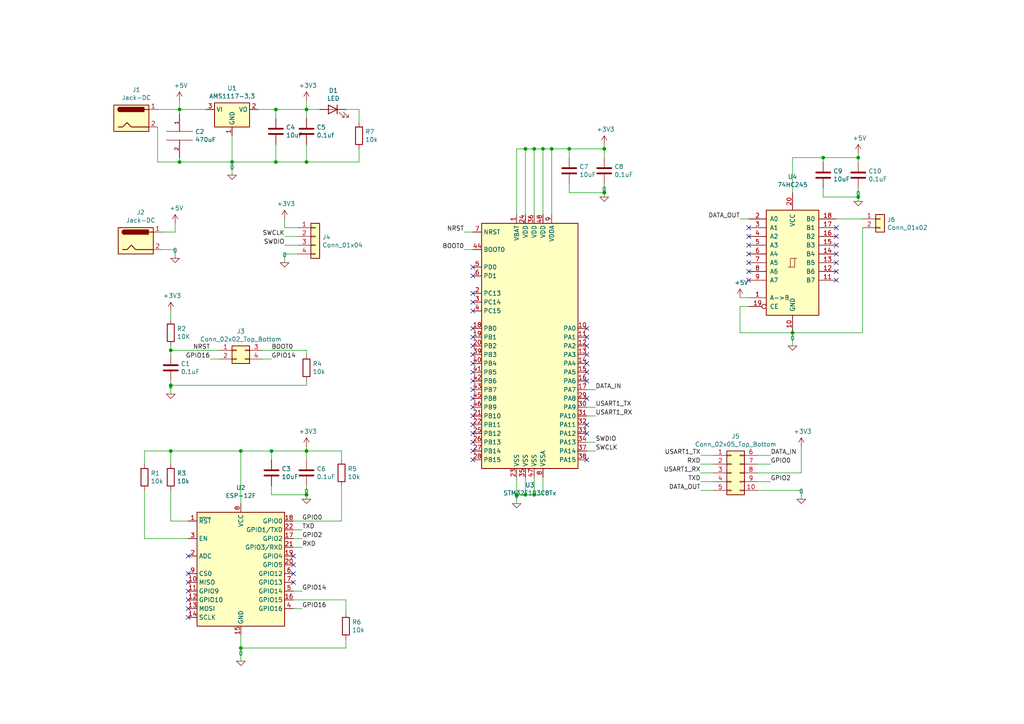
<source format=kicad_sch>
(kicad_sch (version 20230121) (generator eeschema)
  (paper "A4")
  (lib_symbols
    (symbol "74xx:74HC245" (pin_names (offset 1.016))
      (property "Reference" "U" (at -7.62 16.51 0))
      (property "Value" "74HC245" (at -7.62 -16.51 0))
      (symbol "74HC245_1_0"
        (polyline (pts (xy -0.635 -1.27) (xy -0.635 1.27) (xy 0.635 1.27)))
        (polyline (pts (xy -1.27 -1.27) (xy 0.635 -1.27) (xy 0.635 1.27) (xy 1.27 1.27)))
        (pin input line (at -12.7 -10.16 0) (length 5.08) (name "A->B") (number "1"))
        (pin power_in line (at 0 -20.32 90) (length 5.08) (name "GND") (number "10"))
        (pin tri_state line (at 12.7 -5.08 180) (length 5.08) (name "B7") (number "11"))
        (pin tri_state line (at 12.7 -2.54 180) (length 5.08) (name "B6") (number "12"))
        (pin tri_state line (at 12.7 0 180) (length 5.08) (name "B5") (number "13"))
        (pin tri_state line (at 12.7 2.54 180) (length 5.08) (name "B4") (number "14"))
        (pin tri_state line (at 12.7 5.08 180) (length 5.08) (name "B3") (number "15"))
        (pin tri_state line (at 12.7 7.62 180) (length 5.08) (name "B2") (number "16"))
        (pin tri_state line (at 12.7 10.16 180) (length 5.08) (name "B1") (number "17"))
        (pin tri_state line (at 12.7 12.7 180) (length 5.08) (name "B0") (number "18"))
        (pin input inverted (at -12.7 -12.7 0) (length 5.08) (name "CE") (number "19"))
        (pin tri_state line (at -12.7 12.7 0) (length 5.08) (name "A0") (number "2"))
        (pin power_in line (at 0 20.32 270) (length 5.08) (name "VCC") (number "20"))
        (pin tri_state line (at -12.7 10.16 0) (length 5.08) (name "A1") (number "3"))
        (pin tri_state line (at -12.7 7.62 0) (length 5.08) (name "A2") (number "4"))
        (pin tri_state line (at -12.7 5.08 0) (length 5.08) (name "A3") (number "5"))
        (pin tri_state line (at -12.7 2.54 0) (length 5.08) (name "A4") (number "6"))
        (pin tri_state line (at -12.7 0 0) (length 5.08) (name "A5") (number "7"))
        (pin tri_state line (at -12.7 -2.54 0) (length 5.08) (name "A6") (number "8"))
        (pin tri_state line (at -12.7 -5.08 0) (length 5.08) (name "A7") (number "9"))
      )
      (symbol "74HC245_1_1"
        (rectangle (start -7.62 15.24) (end 7.62 -15.24) (stroke (width 0.254)) (fill (type background)))
      )
    )
    (symbol "Connector:Jack-DC" (pin_names (offset 1.016))
      (property "Reference" "J" (at 0 5.334 0))
      (property "Value" "Jack-DC" (at 0 -5.08 0))
      (symbol "Jack-DC_0_1"
        (rectangle (start -5.08 3.81) (end 5.08 -3.81) (stroke (width 0.254)) (fill (type background)))
        (arc (start -3.302 3.175) (mid -3.9343 2.54) (end -3.302 1.905) (stroke (width 0.254)))
        (arc (start -3.302 3.175) (mid -3.9343 2.54) (end -3.302 1.905) (stroke (width 0.254)) (fill (type outline)))
        (polyline (pts (xy 5.08 2.54) (xy 3.81 2.54)) (stroke (width 0.254)))
        (polyline (pts (xy -3.81 -2.54) (xy -2.54 -2.54) (xy -1.27 -1.27) (xy 0 -2.54) (xy 2.54 -2.54) (xy 5.08 -2.54)) (stroke (width 0.254)))
        (rectangle (start 3.683 3.175) (end -3.302 1.905) (stroke (width 0.254)) (fill (type outline)))
      )
      (symbol "Jack-DC_1_1"
        (pin passive line (at 7.62 2.54 180) (length 2.54) (name "~") (number "1"))
        (pin passive line (at 7.62 -2.54 180) (length 2.54) (name "~") (number "2"))
      )
    )
    (symbol "Connector_Generic:Conn_01x02" (pin_names (offset 1.016) hide)
      (property "Reference" "J" (at 0 2.54 0))
      (property "Value" "Conn_01x02" (at 0 -5.08 0))
      (symbol "Conn_01x02_1_1"
        (rectangle (start -1.27 -2.413) (end 0 -2.667) (stroke (width 0.1524)))
        (rectangle (start -1.27 0.127) (end 0 -0.127) (stroke (width 0.1524)))
        (rectangle (start -1.27 1.27) (end 1.27 -3.81) (stroke (width 0.254)) (fill (type background)))
        (pin passive line (at -5.08 0 0) (length 3.81) (name "Pin_1") (number "1"))
        (pin passive line (at -5.08 -2.54 0) (length 3.81) (name "Pin_2") (number "2"))
      )
    )
    (symbol "Connector_Generic:Conn_01x04" (pin_names (offset 1.016) hide)
      (property "Reference" "J" (at 0 5.08 0))
      (property "Value" "Conn_01x04" (at 0 -7.62 0))
      (symbol "Conn_01x04_1_1"
        (rectangle (start -1.27 -4.953) (end 0 -5.207) (stroke (width 0.1524)))
        (rectangle (start -1.27 -2.413) (end 0 -2.667) (stroke (width 0.1524)))
        (rectangle (start -1.27 0.127) (end 0 -0.127) (stroke (width 0.1524)))
        (rectangle (start -1.27 2.667) (end 0 2.413) (stroke (width 0.1524)))
        (rectangle (start -1.27 3.81) (end 1.27 -6.35) (stroke (width 0.254)) (fill (type background)))
        (pin passive line (at -5.08 2.54 0) (length 3.81) (name "Pin_1") (number "1"))
        (pin passive line (at -5.08 0 0) (length 3.81) (name "Pin_2") (number "2"))
        (pin passive line (at -5.08 -2.54 0) (length 3.81) (name "Pin_3") (number "3"))
        (pin passive line (at -5.08 -5.08 0) (length 3.81) (name "Pin_4") (number "4"))
      )
    )
    (symbol "Connector_Generic:Conn_02x02_Top_Bottom" (pin_names (offset 1.016) hide)
      (property "Reference" "J" (at 1.27 2.54 0))
      (property "Value" "Conn_02x02_Top_Bottom" (at 1.27 -5.08 0))
      (symbol "Conn_02x02_Top_Bottom_1_1"
        (rectangle (start -1.27 -2.413) (end 0 -2.667) (stroke (width 0.1524)))
        (rectangle (start -1.27 0.127) (end 0 -0.127) (stroke (width 0.1524)))
        (rectangle (start -1.27 1.27) (end 3.81 -3.81) (stroke (width 0.254)) (fill (type background)))
        (rectangle (start 3.81 -2.413) (end 2.54 -2.667) (stroke (width 0.1524)))
        (rectangle (start 3.81 0.127) (end 2.54 -0.127) (stroke (width 0.1524)))
        (pin passive line (at -5.08 0 0) (length 3.81) (name "Pin_1") (number "1"))
        (pin passive line (at -5.08 -2.54 0) (length 3.81) (name "Pin_2") (number "2"))
        (pin passive line (at 7.62 0 180) (length 3.81) (name "Pin_3") (number "3"))
        (pin passive line (at 7.62 -2.54 180) (length 3.81) (name "Pin_4") (number "4"))
      )
    )
    (symbol "Connector_Generic:Conn_02x05_Top_Bottom" (pin_names (offset 1.016) hide)
      (property "Reference" "J" (at 1.27 7.62 0))
      (property "Value" "Conn_02x05_Top_Bottom" (at 1.27 -7.62 0))
      (symbol "Conn_02x05_Top_Bottom_1_1"
        (rectangle (start -1.27 -4.953) (end 0 -5.207) (stroke (width 0.1524)))
        (rectangle (start -1.27 -2.413) (end 0 -2.667) (stroke (width 0.1524)))
        (rectangle (start -1.27 0.127) (end 0 -0.127) (stroke (width 0.1524)))
        (rectangle (start -1.27 2.667) (end 0 2.413) (stroke (width 0.1524)))
        (rectangle (start -1.27 5.207) (end 0 4.953) (stroke (width 0.1524)))
        (rectangle (start -1.27 6.35) (end 3.81 -6.35) (stroke (width 0.254)) (fill (type background)))
        (rectangle (start 3.81 -4.953) (end 2.54 -5.207) (stroke (width 0.1524)))
        (rectangle (start 3.81 -2.413) (end 2.54 -2.667) (stroke (width 0.1524)))
        (rectangle (start 3.81 0.127) (end 2.54 -0.127) (stroke (width 0.1524)))
        (rectangle (start 3.81 2.667) (end 2.54 2.413) (stroke (width 0.1524)))
        (rectangle (start 3.81 5.207) (end 2.54 4.953) (stroke (width 0.1524)))
        (pin passive line (at -5.08 5.08 0) (length 3.81) (name "Pin_1") (number "1"))
        (pin passive line (at 7.62 -5.08 180) (length 3.81) (name "Pin_10") (number "10"))
        (pin passive line (at -5.08 2.54 0) (length 3.81) (name "Pin_2") (number "2"))
        (pin passive line (at -5.08 0 0) (length 3.81) (name "Pin_3") (number "3"))
        (pin passive line (at -5.08 -2.54 0) (length 3.81) (name "Pin_4") (number "4"))
        (pin passive line (at -5.08 -5.08 0) (length 3.81) (name "Pin_5") (number "5"))
        (pin passive line (at 7.62 5.08 180) (length 3.81) (name "Pin_6") (number "6"))
        (pin passive line (at 7.62 2.54 180) (length 3.81) (name "Pin_7") (number "7"))
        (pin passive line (at 7.62 0 180) (length 3.81) (name "Pin_8") (number "8"))
        (pin passive line (at 7.62 -2.54 180) (length 3.81) (name "Pin_9") (number "9"))
      )
    )
    (symbol "Device:C" (pin_numbers hide) (pin_names (offset 0.254))
      (property "Reference" "C" (at 0.635 2.54 0))
      (property "Value" "C" (at 0.635 -2.54 0))
      (symbol "C_0_1"
        (polyline (pts (xy -2.032 -0.762) (xy 2.032 -0.762)) (stroke (width 0.508)))
        (polyline (pts (xy -2.032 0.762) (xy 2.032 0.762)) (stroke (width 0.508)))
      )
      (symbol "C_1_1"
        (pin passive line (at 0 3.81 270) (length 2.794) (name "~") (number "1"))
        (pin passive line (at 0 -3.81 90) (length 2.794) (name "~") (number "2"))
      )
    )
    (symbol "Device:LED" (pin_numbers hide) (pin_names (offset 1.016) hide)
      (property "Reference" "D" (at 0 2.54 0))
      (property "Value" "LED" (at 0 -2.54 0))
      (symbol "LED_0_1"
        (polyline (pts (xy -1.27 -1.27) (xy -1.27 1.27)) (stroke (width 0.254)))
        (polyline (pts (xy -1.27 0) (xy 1.27 0)))
        (polyline (pts (xy 1.27 -1.27) (xy 1.27 1.27) (xy -1.27 0) (xy 1.27 -1.27)) (stroke (width 0.254)))
        (polyline (pts (xy -3.048 -0.762) (xy -4.572 -2.286) (xy -3.81 -2.286) (xy -4.572 -2.286) (xy -4.572 -1.524)))
        (polyline (pts (xy -1.778 -0.762) (xy -3.302 -2.286) (xy -2.54 -2.286) (xy -3.302 -2.286) (xy -3.302 -1.524)))
      )
      (symbol "LED_1_1"
        (pin passive line (at -3.81 0 0) (length 2.54) (name "K") (number "1"))
        (pin passive line (at 3.81 0 180) (length 2.54) (name "A") (number "2"))
      )
    )
    (symbol "Device:R" (pin_numbers hide) (pin_names (offset 0))
      (property "Reference" "R" (at 2.032 0 90))
      (property "Value" "R" (at 0 0 90))
      (symbol "R_0_1"
        (rectangle (start -1.016 -2.54) (end 1.016 2.54) (stroke (width 0.254)))
      )
      (symbol "R_1_1"
        (pin passive line (at 0 3.81 270) (length 1.27) (name "~") (number "1"))
        (pin passive line (at 0 -3.81 90) (length 1.27) (name "~") (number "2"))
      )
    )
    (symbol "RF_Module:ESP-12F"
      (property "Reference" "U" (at -12.7 19.05 0))
      (property "Value" "ESP-12F" (at 12.7 19.05 0))
      (symbol "ESP-12F_0_1"
        (rectangle (start -12.7 17.78) (end 12.7 -15.24) (stroke (width 0.254)) (fill (type background)))
      )
      (symbol "ESP-12F_1_1"
        (pin input line (at -15.24 15.24 0) (length 2.54) (name "~{RST}") (number "1"))
        (pin bidirectional line (at -15.24 -2.54 0) (length 2.54) (name "MISO") (number "10"))
        (pin bidirectional line (at -15.24 -5.08 0) (length 2.54) (name "GPIO9") (number "11"))
        (pin bidirectional line (at -15.24 -7.62 0) (length 2.54) (name "GPIO10") (number "12"))
        (pin bidirectional line (at -15.24 -10.16 0) (length 2.54) (name "MOSI") (number "13"))
        (pin bidirectional line (at -15.24 -12.7 0) (length 2.54) (name "SCLK") (number "14"))
        (pin power_in line (at 0 -17.78 90) (length 2.54) (name "GND") (number "15"))
        (pin bidirectional line (at 15.24 -7.62 180) (length 2.54) (name "GPIO15") (number "16"))
        (pin bidirectional line (at 15.24 10.16 180) (length 2.54) (name "GPIO2") (number "17"))
        (pin bidirectional line (at 15.24 15.24 180) (length 2.54) (name "GPIO0") (number "18"))
        (pin bidirectional line (at 15.24 5.08 180) (length 2.54) (name "GPIO4") (number "19"))
        (pin input line (at -15.24 5.08 0) (length 2.54) (name "ADC") (number "2"))
        (pin bidirectional line (at 15.24 2.54 180) (length 2.54) (name "GPIO5") (number "20"))
        (pin bidirectional line (at 15.24 7.62 180) (length 2.54) (name "GPIO3/RXD") (number "21"))
        (pin bidirectional line (at 15.24 12.7 180) (length 2.54) (name "GPIO1/TXD") (number "22"))
        (pin input line (at -15.24 10.16 0) (length 2.54) (name "EN") (number "3"))
        (pin bidirectional line (at 15.24 -10.16 180) (length 2.54) (name "GPIO16") (number "4"))
        (pin bidirectional line (at 15.24 -5.08 180) (length 2.54) (name "GPIO14") (number "5"))
        (pin bidirectional line (at 15.24 0 180) (length 2.54) (name "GPIO12") (number "6"))
        (pin bidirectional line (at 15.24 -2.54 180) (length 2.54) (name "GPIO13") (number "7"))
        (pin power_in line (at 0 20.32 270) (length 2.54) (name "VCC") (number "8"))
        (pin input line (at -15.24 0 0) (length 2.54) (name "CS0") (number "9"))
      )
    )
    (symbol "Regulator_Linear:AMS1117-3.3"
      (property "Reference" "U" (at -3.81 3.175 0))
      (property "Value" "AMS1117-3.3" (at 0 3.175 0))
      (symbol "AMS1117-3.3_0_1"
        (rectangle (start -5.08 -5.08) (end 5.08 1.905) (stroke (width 0.254)) (fill (type background)))
      )
      (symbol "AMS1117-3.3_1_1"
        (pin power_in line (at 0 -7.62 90) (length 2.54) (name "GND") (number "1"))
        (pin power_out line (at 7.62 0 180) (length 2.54) (name "VO") (number "2"))
        (pin power_in line (at -7.62 0 0) (length 2.54) (name "VI") (number "3"))
      )
    )
    (symbol "power:+5V" (power) (pin_names (offset 0))
      (property "Value" "+5V" (at 0 3.556 0))
      (symbol "+5V_0_1"
        (polyline (pts (xy -0.762 1.27) (xy 0 2.54)))
        (polyline (pts (xy 0 0) (xy 0 2.54)))
        (polyline (pts (xy 0 2.54) (xy 0.762 1.27)))
      )
      (symbol "+5V_1_1"
        (pin power_in line (at 0 0 90) (length 0) hide (name "+5V") (number "1"))
      )
    )
    (symbol "ws2812b-rescue:+3.3V-power" (power) (pin_names (offset 0))
      (property "Value" "+3.3V-power" (at 0 3.556 0))
      (symbol "+3.3V-power_0_1"
        (polyline (pts (xy -0.762 1.27) (xy 0 2.54)))
        (polyline (pts (xy 0 0) (xy 0 2.54)))
        (polyline (pts (xy 0 2.54) (xy 0.762 1.27)))
      )
      (symbol "+3.3V-power_1_1"
        (pin power_in line (at 0 0 90) (length 0) hide (name "+3V3") (number "1"))
      )
    )
    (symbol "ws2812b-rescue:0-pspice" (power) (pin_names (offset 0))
      (property "Value" "0-pspice" (at 0 -1.778 0))
      (symbol "0-pspice_0_1"
        (polyline (pts (xy -1.27 0) (xy 0 -1.27) (xy 1.27 0) (xy -1.27 0)))
      )
      (symbol "0-pspice_1_1"
        (pin power_in line (at 0 0 0) (length 0) hide (name "0") (number "1"))
      )
    )
    (symbol "ws2812b-rescue:CAP-pspice" (pin_names (offset 0.254))
      (property "Reference" "C" (at 2.54 3.81 90))
      (property "Value" "pspice_CAP" (at 2.54 -3.81 90))
      (symbol "CAP-pspice_0_1"
        (polyline (pts (xy -3.81 -1.27) (xy 3.81 -1.27)))
        (polyline (pts (xy -3.81 1.27) (xy 3.81 1.27)))
      )
      (symbol "CAP-pspice_1_1"
        (pin passive line (at 0 6.35 270) (length 5.08) (name "~") (number "1"))
        (pin passive line (at 0 -6.35 90) (length 5.08) (name "~") (number "2"))
      )
    )
    (symbol "ws2812b-rescue:STM32F103C8Tx-MCU_ST_STM32F1"
      (property "Reference" "U" (at -15.24 36.83 0))
      (property "Value" "MCU_ST_STM32F1_STM32F103C8Tx" (at 7.62 36.83 0))
      (symbol "STM32F103C8Tx-MCU_ST_STM32F1_0_1"
        (rectangle (start -15.24 -35.56) (end 12.7 35.56) (stroke (width 0.254)) (fill (type background)))
      )
      (symbol "STM32F103C8Tx-MCU_ST_STM32F1_1_1"
        (pin power_in line (at -5.08 38.1 270) (length 2.54) (name "VBAT") (number "1"))
        (pin bidirectional line (at 15.24 5.08 180) (length 2.54) (name "PA0") (number "10"))
        (pin bidirectional line (at 15.24 2.54 180) (length 2.54) (name "PA1") (number "11"))
        (pin bidirectional line (at 15.24 0 180) (length 2.54) (name "PA2") (number "12"))
        (pin bidirectional line (at 15.24 -2.54 180) (length 2.54) (name "PA3") (number "13"))
        (pin bidirectional line (at 15.24 -5.08 180) (length 2.54) (name "PA4") (number "14"))
        (pin bidirectional line (at 15.24 -7.62 180) (length 2.54) (name "PA5") (number "15"))
        (pin bidirectional line (at 15.24 -10.16 180) (length 2.54) (name "PA6") (number "16"))
        (pin bidirectional line (at 15.24 -12.7 180) (length 2.54) (name "PA7") (number "17"))
        (pin bidirectional line (at -17.78 5.08 0) (length 2.54) (name "PB0") (number "18"))
        (pin bidirectional line (at -17.78 2.54 0) (length 2.54) (name "PB1") (number "19"))
        (pin bidirectional line (at -17.78 15.24 0) (length 2.54) (name "PC13") (number "2"))
        (pin bidirectional line (at -17.78 0 0) (length 2.54) (name "PB2") (number "20"))
        (pin bidirectional line (at -17.78 -20.32 0) (length 2.54) (name "PB10") (number "21"))
        (pin bidirectional line (at -17.78 -22.86 0) (length 2.54) (name "PB11") (number "22"))
        (pin power_in line (at -5.08 -38.1 90) (length 2.54) (name "VSS") (number "23"))
        (pin power_in line (at -2.54 38.1 270) (length 2.54) (name "VDD") (number "24"))
        (pin bidirectional line (at -17.78 -25.4 0) (length 2.54) (name "PB12") (number "25"))
        (pin bidirectional line (at -17.78 -27.94 0) (length 2.54) (name "PB13") (number "26"))
        (pin bidirectional line (at -17.78 -30.48 0) (length 2.54) (name "PB14") (number "27"))
        (pin bidirectional line (at -17.78 -33.02 0) (length 2.54) (name "PB15") (number "28"))
        (pin bidirectional line (at 15.24 -15.24 180) (length 2.54) (name "PA8") (number "29"))
        (pin bidirectional line (at -17.78 12.7 0) (length 2.54) (name "PC14") (number "3"))
        (pin bidirectional line (at 15.24 -17.78 180) (length 2.54) (name "PA9") (number "30"))
        (pin bidirectional line (at 15.24 -20.32 180) (length 2.54) (name "PA10") (number "31"))
        (pin bidirectional line (at 15.24 -22.86 180) (length 2.54) (name "PA11") (number "32"))
        (pin bidirectional line (at 15.24 -25.4 180) (length 2.54) (name "PA12") (number "33"))
        (pin bidirectional line (at 15.24 -27.94 180) (length 2.54) (name "PA13") (number "34"))
        (pin power_in line (at -2.54 -38.1 90) (length 2.54) (name "VSS") (number "35"))
        (pin power_in line (at 0 38.1 270) (length 2.54) (name "VDD") (number "36"))
        (pin bidirectional line (at 15.24 -30.48 180) (length 2.54) (name "PA14") (number "37"))
        (pin bidirectional line (at 15.24 -33.02 180) (length 2.54) (name "PA15") (number "38"))
        (pin bidirectional line (at -17.78 -2.54 0) (length 2.54) (name "PB3") (number "39"))
        (pin bidirectional line (at -17.78 10.16 0) (length 2.54) (name "PC15") (number "4"))
        (pin bidirectional line (at -17.78 -5.08 0) (length 2.54) (name "PB4") (number "40"))
        (pin bidirectional line (at -17.78 -7.62 0) (length 2.54) (name "PB5") (number "41"))
        (pin bidirectional line (at -17.78 -10.16 0) (length 2.54) (name "PB6") (number "42"))
        (pin bidirectional line (at -17.78 -12.7 0) (length 2.54) (name "PB7") (number "43"))
        (pin input line (at -17.78 27.94 0) (length 2.54) (name "BOOT0") (number "44"))
        (pin bidirectional line (at -17.78 -15.24 0) (length 2.54) (name "PB8") (number "45"))
        (pin bidirectional line (at -17.78 -17.78 0) (length 2.54) (name "PB9") (number "46"))
        (pin power_in line (at 0 -38.1 90) (length 2.54) (name "VSS") (number "47"))
        (pin power_in line (at 2.54 38.1 270) (length 2.54) (name "VDD") (number "48"))
        (pin input line (at -17.78 22.86 0) (length 2.54) (name "PD0") (number "5"))
        (pin input line (at -17.78 20.32 0) (length 2.54) (name "PD1") (number "6"))
        (pin input line (at -17.78 33.02 0) (length 2.54) (name "NRST") (number "7"))
        (pin power_in line (at 2.54 -38.1 90) (length 2.54) (name "VSSA") (number "8"))
        (pin power_in line (at 5.08 38.1 270) (length 2.54) (name "VDDA") (number "9"))
      )
    )
  )
  (junction (at 78.74 130.81))
  (junction (at 152.4 43.18))
  (junction (at 69.85 130.81))
  (junction (at 80.01 31.75))
  (junction (at 49.53 111.76))
  (junction (at 154.94 43.18))
  (junction (at 152.4 143.51))
  (junction (at 52.07 46.99))
  (junction (at 248.92 57.15))
  (junction (at 52.07 31.75))
  (junction (at 88.9 130.81))
  (junction (at 154.94 143.51))
  (junction (at 49.53 130.81))
  (junction (at 49.53 101.6))
  (junction (at 165.1 43.18))
  (junction (at 248.92 45.72))
  (junction (at 175.26 43.18))
  (junction (at 160.02 43.18))
  (junction (at 80.01 46.99))
  (junction (at 157.48 43.18))
  (junction (at 67.31 46.99))
  (junction (at 69.85 187.96))
  (junction (at 229.87 96.52))
  (junction (at 149.86 143.51))
  (junction (at 175.26 55.88))
  (junction (at 88.9 31.75))
  (junction (at 238.76 45.72))
  (junction (at 88.9 143.51))
  (junction (at 88.9 46.99))
  (no_connect (at 137.16 130.81))
  (no_connect (at 242.57 73.66))
  (no_connect (at 170.18 107.95))
  (no_connect (at 242.57 68.58))
  (no_connect (at 170.18 102.87))
  (no_connect (at 54.61 176.53))
  (no_connect (at 85.09 166.37))
  (no_connect (at 217.17 81.28))
  (no_connect (at 137.16 102.87))
  (no_connect (at 137.16 107.95))
  (no_connect (at 242.57 78.74))
  (no_connect (at 137.16 87.63))
  (no_connect (at 54.61 173.99))
  (no_connect (at 217.17 68.58))
  (no_connect (at 85.09 161.29))
  (no_connect (at 137.16 80.01))
  (no_connect (at 137.16 97.79))
  (no_connect (at 85.09 168.91))
  (no_connect (at 137.16 100.33))
  (no_connect (at 217.17 73.66))
  (no_connect (at 137.16 110.49))
  (no_connect (at 137.16 123.19))
  (no_connect (at 170.18 115.57))
  (no_connect (at 54.61 161.29))
  (no_connect (at 137.16 113.03))
  (no_connect (at 170.18 123.19))
  (no_connect (at 137.16 120.65))
  (no_connect (at 170.18 97.79))
  (no_connect (at 85.09 163.83))
  (no_connect (at 137.16 77.47))
  (no_connect (at 217.17 66.04))
  (no_connect (at 137.16 128.27))
  (no_connect (at 137.16 90.17))
  (no_connect (at 137.16 95.25))
  (no_connect (at 54.61 171.45))
  (no_connect (at 137.16 133.35))
  (no_connect (at 54.61 166.37))
  (no_connect (at 242.57 66.04))
  (no_connect (at 170.18 95.25))
  (no_connect (at 170.18 110.49))
  (no_connect (at 137.16 115.57))
  (no_connect (at 170.18 133.35))
  (no_connect (at 170.18 125.73))
  (no_connect (at 242.57 81.28))
  (no_connect (at 137.16 125.73))
  (no_connect (at 54.61 179.07))
  (no_connect (at 137.16 85.09))
  (no_connect (at 242.57 76.2))
  (no_connect (at 217.17 71.12))
  (no_connect (at 217.17 78.74))
  (no_connect (at 137.16 105.41))
  (no_connect (at 170.18 105.41))
  (no_connect (at 242.57 71.12))
  (no_connect (at 217.17 76.2))
  (no_connect (at 54.61 168.91))
  (no_connect (at 137.16 118.11))
  (no_connect (at 170.18 100.33))
  (wire (pts (xy 175.26 53.34) (xy 175.26 55.88)))
  (wire (pts (xy 152.4 62.23) (xy 152.4 43.18)))
  (wire (pts (xy 49.53 130.81) (xy 69.85 130.81)))
  (wire (pts (xy 157.48 143.51) (xy 154.94 143.51)))
  (wire (pts (xy 165.1 53.34) (xy 165.1 55.88)))
  (wire (pts (xy 214.63 63.5) (xy 217.17 63.5)))
  (wire (pts (xy 78.74 133.35) (xy 78.74 130.81)))
  (wire (pts (xy 67.31 50.8) (xy 67.31 46.99)))
  (wire (pts (xy 88.9 133.35) (xy 88.9 130.81)))
  (wire (pts (xy 214.63 96.52) (xy 229.87 96.52)))
  (wire (pts (xy 203.2 137.16) (xy 207.01 137.16)))
  (wire (pts (xy 69.85 184.15) (xy 69.85 187.96)))
  (wire (pts (xy 82.55 76.2) (xy 82.55 73.66)))
  (wire (pts (xy 248.92 45.72) (xy 248.92 44.45)))
  (wire (pts (xy 152.4 143.51) (xy 154.94 143.51)))
  (wire (pts (xy 69.85 130.81) (xy 78.74 130.81)))
  (wire (pts (xy 49.53 111.76) (xy 49.53 114.3)))
  (wire (pts (xy 69.85 187.96) (xy 100.33 187.96)))
  (wire (pts (xy 67.31 39.37) (xy 67.31 46.99)))
  (wire (pts (xy 170.18 118.11) (xy 172.72 118.11)))
  (wire (pts (xy 88.9 31.75) (xy 92.71 31.75)))
  (wire (pts (xy 238.76 45.72) (xy 229.87 45.72)))
  (wire (pts (xy 85.09 158.75) (xy 87.63 158.75)))
  (wire (pts (xy 88.9 140.97) (xy 88.9 143.51)))
  (wire (pts (xy 229.87 45.72) (xy 229.87 55.88)))
  (wire (pts (xy 85.09 153.67) (xy 87.63 153.67)))
  (wire (pts (xy 104.14 31.75) (xy 104.14 35.56)))
  (wire (pts (xy 88.9 31.75) (xy 88.9 34.29)))
  (wire (pts (xy 160.02 43.18) (xy 165.1 43.18)))
  (wire (pts (xy 49.53 151.13) (xy 49.53 142.24)))
  (wire (pts (xy 88.9 46.99) (xy 80.01 46.99)))
  (wire (pts (xy 238.76 54.61) (xy 238.76 57.15)))
  (wire (pts (xy 238.76 46.99) (xy 238.76 45.72)))
  (wire (pts (xy 203.2 132.08) (xy 207.01 132.08)))
  (wire (pts (xy 59.69 31.75) (xy 52.07 31.75)))
  (wire (pts (xy 214.63 86.36) (xy 217.17 86.36)))
  (wire (pts (xy 203.2 139.7) (xy 207.01 139.7)))
  (wire (pts (xy 49.53 100.33) (xy 49.53 101.6)))
  (wire (pts (xy 49.53 101.6) (xy 49.53 102.87)))
  (wire (pts (xy 157.48 62.23) (xy 157.48 43.18)))
  (wire (pts (xy 170.18 113.03) (xy 172.72 113.03)))
  (wire (pts (xy 88.9 111.76) (xy 88.9 110.49)))
  (wire (pts (xy 50.8 67.31) (xy 50.8 64.77)))
  (wire (pts (xy 52.07 46.99) (xy 67.31 46.99)))
  (wire (pts (xy 76.2 104.14) (xy 78.74 104.14)))
  (wire (pts (xy 85.09 173.99) (xy 100.33 173.99)))
  (wire (pts (xy 149.86 143.51) (xy 152.4 143.51)))
  (wire (pts (xy 154.94 62.23) (xy 154.94 43.18)))
  (wire (pts (xy 88.9 130.81) (xy 88.9 129.54)))
  (wire (pts (xy 82.55 63.5) (xy 82.55 66.04)))
  (wire (pts (xy 45.72 36.83) (xy 45.72 46.99)))
  (wire (pts (xy 49.53 101.6) (xy 63.5 101.6)))
  (wire (pts (xy 49.53 111.76) (xy 88.9 111.76)))
  (wire (pts (xy 49.53 134.62) (xy 49.53 130.81)))
  (wire (pts (xy 52.07 45.72) (xy 52.07 46.99)))
  (wire (pts (xy 248.92 46.99) (xy 248.92 45.72)))
  (wire (pts (xy 82.55 68.58) (xy 86.36 68.58)))
  (wire (pts (xy 238.76 57.15) (xy 248.92 57.15)))
  (wire (pts (xy 149.86 138.43) (xy 149.86 143.51)))
  (wire (pts (xy 41.91 156.21) (xy 41.91 142.24)))
  (wire (pts (xy 82.55 71.12) (xy 86.36 71.12)))
  (wire (pts (xy 88.9 102.87) (xy 88.9 101.6)))
  (wire (pts (xy 219.71 139.7) (xy 223.52 139.7)))
  (wire (pts (xy 170.18 130.81) (xy 172.72 130.81)))
  (wire (pts (xy 88.9 101.6) (xy 76.2 101.6)))
  (wire (pts (xy 52.07 31.75) (xy 45.72 31.75)))
  (wire (pts (xy 88.9 41.91) (xy 88.9 46.99)))
  (wire (pts (xy 170.18 120.65) (xy 172.72 120.65)))
  (wire (pts (xy 219.71 134.62) (xy 223.52 134.62)))
  (wire (pts (xy 104.14 43.18) (xy 104.14 46.99)))
  (wire (pts (xy 160.02 62.23) (xy 160.02 43.18)))
  (wire (pts (xy 52.07 31.75) (xy 52.07 33.02)))
  (wire (pts (xy 69.85 187.96) (xy 69.85 191.77)))
  (wire (pts (xy 232.41 142.24) (xy 232.41 144.78)))
  (wire (pts (xy 88.9 31.75) (xy 88.9 29.21)))
  (wire (pts (xy 100.33 31.75) (xy 104.14 31.75)))
  (wire (pts (xy 99.06 140.97) (xy 99.06 151.13)))
  (wire (pts (xy 134.62 67.31) (xy 137.16 67.31)))
  (wire (pts (xy 175.26 45.72) (xy 175.26 43.18)))
  (wire (pts (xy 170.18 128.27) (xy 172.72 128.27)))
  (wire (pts (xy 80.01 46.99) (xy 67.31 46.99)))
  (wire (pts (xy 248.92 45.72) (xy 238.76 45.72)))
  (wire (pts (xy 99.06 130.81) (xy 99.06 133.35)))
  (wire (pts (xy 203.2 142.24) (xy 207.01 142.24)))
  (wire (pts (xy 88.9 130.81) (xy 99.06 130.81)))
  (wire (pts (xy 149.86 143.51) (xy 149.86 146.05)))
  (wire (pts (xy 217.17 88.9) (xy 214.63 88.9)))
  (wire (pts (xy 134.62 72.39) (xy 137.16 72.39)))
  (wire (pts (xy 214.63 88.9) (xy 214.63 96.52)))
  (wire (pts (xy 50.8 72.39) (xy 50.8 74.93)))
  (wire (pts (xy 60.96 104.14) (xy 63.5 104.14)))
  (wire (pts (xy 49.53 110.49) (xy 49.53 111.76)))
  (wire (pts (xy 78.74 130.81) (xy 88.9 130.81)))
  (wire (pts (xy 52.07 29.21) (xy 52.07 31.75)))
  (wire (pts (xy 100.33 185.42) (xy 100.33 187.96)))
  (wire (pts (xy 232.41 129.54) (xy 232.41 137.16)))
  (wire (pts (xy 157.48 138.43) (xy 157.48 143.51)))
  (wire (pts (xy 54.61 151.13) (xy 49.53 151.13)))
  (wire (pts (xy 248.92 54.61) (xy 248.92 57.15)))
  (wire (pts (xy 49.53 90.17) (xy 49.53 92.71)))
  (wire (pts (xy 45.72 46.99) (xy 52.07 46.99)))
  (wire (pts (xy 165.1 43.18) (xy 175.26 43.18)))
  (wire (pts (xy 74.93 31.75) (xy 80.01 31.75)))
  (wire (pts (xy 175.26 43.18) (xy 175.26 41.91)))
  (wire (pts (xy 154.94 138.43) (xy 154.94 143.51)))
  (wire (pts (xy 229.87 96.52) (xy 229.87 100.33)))
  (wire (pts (xy 248.92 57.15) (xy 248.92 58.42)))
  (wire (pts (xy 157.48 43.18) (xy 160.02 43.18)))
  (wire (pts (xy 219.71 142.24) (xy 232.41 142.24)))
  (wire (pts (xy 250.19 66.04) (xy 250.19 96.52)))
  (wire (pts (xy 165.1 55.88) (xy 175.26 55.88)))
  (wire (pts (xy 82.55 73.66) (xy 86.36 73.66)))
  (wire (pts (xy 69.85 146.05) (xy 69.85 130.81)))
  (wire (pts (xy 165.1 45.72) (xy 165.1 43.18)))
  (wire (pts (xy 104.14 46.99) (xy 88.9 46.99)))
  (wire (pts (xy 219.71 132.08) (xy 223.52 132.08)))
  (wire (pts (xy 46.99 72.39) (xy 50.8 72.39)))
  (wire (pts (xy 54.61 156.21) (xy 41.91 156.21)))
  (wire (pts (xy 152.4 43.18) (xy 149.86 43.18)))
  (wire (pts (xy 154.94 43.18) (xy 157.48 43.18)))
  (wire (pts (xy 85.09 171.45) (xy 87.63 171.45)))
  (wire (pts (xy 85.09 176.53) (xy 87.63 176.53)))
  (wire (pts (xy 175.26 55.88) (xy 175.26 57.15)))
  (wire (pts (xy 152.4 43.18) (xy 154.94 43.18)))
  (wire (pts (xy 219.71 137.16) (xy 232.41 137.16)))
  (wire (pts (xy 99.06 151.13) (xy 85.09 151.13)))
  (wire (pts (xy 46.99 67.31) (xy 50.8 67.31)))
  (wire (pts (xy 78.74 140.97) (xy 78.74 143.51)))
  (wire (pts (xy 100.33 173.99) (xy 100.33 177.8)))
  (wire (pts (xy 85.09 156.21) (xy 87.63 156.21)))
  (wire (pts (xy 88.9 143.51) (xy 88.9 144.78)))
  (wire (pts (xy 80.01 41.91) (xy 80.01 46.99)))
  (wire (pts (xy 78.74 143.51) (xy 88.9 143.51)))
  (wire (pts (xy 80.01 31.75) (xy 88.9 31.75)))
  (wire (pts (xy 203.2 134.62) (xy 207.01 134.62)))
  (wire (pts (xy 250.19 96.52) (xy 229.87 96.52)))
  (wire (pts (xy 80.01 34.29) (xy 80.01 31.75)))
  (wire (pts (xy 242.57 63.5) (xy 250.19 63.5)))
  (wire (pts (xy 41.91 130.81) (xy 49.53 130.81)))
  (wire (pts (xy 152.4 138.43) (xy 152.4 143.51)))
  (wire (pts (xy 41.91 134.62) (xy 41.91 130.81)))
  (wire (pts (xy 82.55 66.04) (xy 86.36 66.04)))
  (wire (pts (xy 149.86 43.18) (xy 149.86 62.23)))
  (label "DATA_OUT" (at 203.2 142.24 180))
  (label "USART1_TX" (at 172.72 118.11 0))
  (label "GPIO16" (at 87.63 176.53 0))
  (label "USART1_TX" (at 203.2 132.08 180))
  (label "RXD" (at 203.2 134.62 180))
  (label "SWCLK" (at 172.72 130.81 0))
  (label "GPIO0" (at 87.63 151.13 0))
  (label "GPIO14" (at 87.63 171.45 0))
  (label "GPIO16" (at 60.96 104.14 180))
  (label "DATA_IN" (at 172.72 113.03 0))
  (label "GPIO14" (at 78.74 104.14 0))
  (label "USART1_RX" (at 203.2 137.16 180))
  (label "SWCLK" (at 82.55 68.58 180))
  (label "TXD" (at 203.2 139.7 180))
  (label "DATA_IN" (at 223.52 132.08 0))
  (label "BOOT0" (at 134.62 72.39 180))
  (label "SWDIO" (at 82.55 71.12 180))
  (label "SWDIO" (at 172.72 128.27 0))
  (label "NRST" (at 134.62 67.31 180))
  (label "DATA_OUT" (at 214.63 63.5 180))
  (label "GPIO0" (at 223.52 134.62 0))
  (label "TXD" (at 87.63 153.67 0))
  (label "RXD" (at 87.63 158.75 0))
  (label "NRST" (at 60.96 101.6 180))
  (label "USART1_RX" (at 172.72 120.65 0))
  (label "GPIO2" (at 87.63 156.21 0))
  (label "GPIO2" (at 223.52 139.7 0))
  (label "BOOT0" (at 78.74 101.6 0))
  (symbol (lib_id "ws2812b-rescue:STM32F103C8Tx-MCU_ST_STM32F1") (at 154.94 100.33 0) (unit 1)
    (property "Reference" "U3" (at 153.67 140.6906 0))
    (property "Value" "STM32F103C8Tx" (at 153.67 143.002 0))
    (property "Footprint" "Package_QFP:LQFP-48_7x7mm_P0.5mm" (effects hide))
    (property "Datasheet" "http://www.st.com/st-web-ui/static/active/en/resource/technical/document/datasheet/CD00161566.pdf" (effects hide))
  )
  (symbol (lib_id "Regulator_Linear:AMS1117-3.3") (at 67.31 31.75 0) (unit 1)
    (property "Reference" "U1" (at 67.31 25.6032 0))
    (property "Value" "AMS1117-3.3" (at 67.31 27.9146 0))
    (property "Footprint" "Package_TO_SOT_SMD:SOT-223" (effects hide))
    (property "Datasheet" "http://www.advanced-monolithic.com/pdf/ds1117.pdf" (effects hide))
  )
  (symbol (lib_id "Connector:Jack-DC") (at 38.1 34.29 0) (unit 1)
    (property "Reference" "J1" (at 39.5478 26.035 0))
    (property "Value" "Jack-DC" (at 39.5478 28.3464 0))
    (property "Footprint" "Connector_BarrelJack:BarrelJack_Horizontal" (effects hide))
  )
  (symbol (lib_id "74xx:74HC245") (at 229.87 76.2 0) (unit 1)
    (property "Reference" "U4" (at 229.87 51.2826 0))
    (property "Value" "74HC245" (at 229.87 53.594 0))
    (property "Footprint" "Package_SO:SSOP-20_5.3x7.2mm_P0.65mm" (effects hide))
    (property "Datasheet" "http://www.ti.com/lit/gpn/sn74HC245" (effects hide))
  )
  (symbol (lib_id "Connector_Generic:Conn_01x02") (at 255.27 63.5 0) (unit 1)
    (property "Reference" "J6" (at 257.302 63.7032 0) (effects (justify left)))
    (property "Value" "Conn_01x02" (at 257.302 66.0146 0) (effects (justify left)))
    (property "Footprint" "Connector_PinHeader_2.54mm:PinHeader_1x02_P2.54mm_Vertical" (effects hide))
  )
  (symbol (lib_id "Device:R") (at 49.53 96.52 0) (unit 1)
    (property "Reference" "R2" (at 51.308 95.3516 0) (effects (justify left)))
    (property "Value" "10K" (at 51.308 97.663 0) (effects (justify left)))
    (property "Footprint" "Resistor_SMD:R_0805_2012Metric_Pad1.15x1.40mm_HandSolder" (effects hide))
  )
  (symbol (lib_id "ws2812b-rescue:+3.3V-power") (at 49.53 90.17 0) (unit 1)
    (property "Reference" "#PWR01" (effects hide))
    (property "Value" "+3.3V" (at 49.911 85.7758 0))
  )
  (symbol (lib_id "ws2812b-rescue:0-pspice") (at 149.86 146.05 0) (unit 1)
    (property "Reference" "#GND07" (effects hide))
    (property "Value" "0" (at 149.86 143.7894 0))
  )
  (symbol (lib_id "Device:C") (at 49.53 106.68 0) (unit 1)
    (property "Reference" "C1" (at 52.451 105.5116 0) (effects (justify left)))
    (property "Value" "0.1uF" (at 52.451 107.823 0) (effects (justify left)))
    (property "Footprint" "Capacitor_SMD:C_0805_2012Metric_Pad1.15x1.40mm_HandSolder" (effects hide))
  )
  (symbol (lib_id "ws2812b-rescue:+3.3V-power") (at 88.9 29.21 0) (unit 1)
    (property "Reference" "#PWR05" (effects hide))
    (property "Value" "+3.3V" (at 89.281 24.8158 0))
  )
  (symbol (lib_id "ws2812b-rescue:0-pspice") (at 67.31 50.8 0) (unit 1)
    (property "Reference" "#GND03" (effects hide))
    (property "Value" "0" (at 67.31 48.5394 0))
  )
  (symbol (lib_id "Device:C") (at 80.01 38.1 0) (unit 1)
    (property "Reference" "C4" (at 82.931 36.9316 0) (effects (justify left)))
    (property "Value" "10uF" (at 82.931 39.243 0) (effects (justify left)))
    (property "Footprint" "Capacitor_SMD:C_0805_2012Metric_Pad1.15x1.40mm_HandSolder" (effects hide))
  )
  (symbol (lib_id "Device:C") (at 88.9 38.1 0) (unit 1)
    (property "Reference" "C5" (at 91.821 36.9316 0) (effects (justify left)))
    (property "Value" "0.1uf" (at 91.821 39.243 0) (effects (justify left)))
    (property "Footprint" "Capacitor_SMD:C_0805_2012Metric_Pad1.15x1.40mm_HandSolder" (effects hide))
  )
  (symbol (lib_id "power:+5V") (at 52.07 29.21 0) (unit 1)
    (property "Reference" "#PWR03" (effects hide))
    (property "Value" "+5V" (at 52.451 24.8158 0))
  )
  (symbol (lib_id "ws2812b-rescue:CAP-pspice") (at 52.07 39.37 0) (unit 1)
    (property "Reference" "C2" (at 56.5912 38.2016 0) (effects (justify left)))
    (property "Value" "470uF" (at 56.5912 40.513 0) (effects (justify left)))
    (property "Footprint" "Capacitor_THT:CP_Radial_D10.0mm_P5.00mm" (effects hide))
  )
  (symbol (lib_id "ws2812b-rescue:+3.3V-power") (at 175.26 41.91 0) (unit 1)
    (property "Reference" "#PWR07" (effects hide))
    (property "Value" "+3.3V" (at 175.641 37.5158 0))
  )
  (symbol (lib_id "RF_Module:ESP-12F") (at 69.85 166.37 0) (unit 1)
    (property "Reference" "U2" (at 69.85 141.4526 0))
    (property "Value" "ESP-12F" (at 69.85 143.764 0))
    (property "Footprint" "RF_Module:ESP-12E" (effects hide))
    (property "Datasheet" "http://wiki.ai-thinker.com/_media/esp8266/esp8266_series_modules_user_manual_v1.1.pdf" (effects hide))
  )
  (symbol (lib_id "ws2812b-rescue:+3.3V-power") (at 88.9 129.54 0) (unit 1)
    (property "Reference" "#PWR06" (effects hide))
    (property "Value" "+3.3V" (at 89.281 125.1458 0))
  )
  (symbol (lib_id "ws2812b-rescue:0-pspice") (at 88.9 144.78 0) (unit 1)
    (property "Reference" "#GND06" (effects hide))
    (property "Value" "0" (at 88.9 142.5194 0))
  )
  (symbol (lib_id "Device:C") (at 78.74 137.16 0) (unit 1)
    (property "Reference" "C3" (at 81.661 135.9916 0) (effects (justify left)))
    (property "Value" "10uF" (at 81.661 138.303 0) (effects (justify left)))
    (property "Footprint" "Capacitor_SMD:C_0805_2012Metric_Pad1.15x1.40mm_HandSolder" (effects hide))
  )
  (symbol (lib_id "Device:C") (at 88.9 137.16 0) (unit 1)
    (property "Reference" "C6" (at 91.821 135.9916 0) (effects (justify left)))
    (property "Value" "0.1uF" (at 91.821 138.303 0) (effects (justify left)))
    (property "Footprint" "Capacitor_SMD:C_0805_2012Metric_Pad1.15x1.40mm_HandSolder" (effects hide))
  )
  (symbol (lib_id "Device:R") (at 88.9 106.68 0) (unit 1)
    (property "Reference" "R4" (at 90.678 105.5116 0) (effects (justify left)))
    (property "Value" "10k" (at 90.678 107.823 0) (effects (justify left)))
    (property "Footprint" "Resistor_SMD:R_0805_2012Metric_Pad1.15x1.40mm_HandSolder" (effects hide))
  )
  (symbol (lib_id "ws2812b-rescue:0-pspice") (at 49.53 114.3 0) (unit 1)
    (property "Reference" "#GND01" (effects hide))
    (property "Value" "0" (at 49.53 112.0394 0))
  )
  (symbol (lib_id "Device:R") (at 49.53 138.43 0) (unit 1)
    (property "Reference" "R3" (at 51.308 137.2616 0) (effects (justify left)))
    (property "Value" "10k" (at 51.308 139.573 0) (effects (justify left)))
    (property "Footprint" "Resistor_SMD:R_0805_2012Metric_Pad1.15x1.40mm_HandSolder" (effects hide))
  )
  (symbol (lib_id "Device:R") (at 41.91 138.43 0) (unit 1)
    (property "Reference" "R1" (at 43.688 137.2616 0) (effects (justify left)))
    (property "Value" "10k" (at 43.688 139.573 0) (effects (justify left)))
    (property "Footprint" "Resistor_SMD:R_0805_2012Metric_Pad1.15x1.40mm_HandSolder" (effects hide))
  )
  (symbol (lib_id "Device:C") (at 175.26 49.53 0) (unit 1)
    (property "Reference" "C8" (at 178.181 48.3616 0) (effects (justify left)))
    (property "Value" "0.1uF" (at 178.181 50.673 0) (effects (justify left)))
    (property "Footprint" "Capacitor_SMD:C_0805_2012Metric_Pad1.15x1.40mm_HandSolder" (effects hide))
  )
  (symbol (lib_id "ws2812b-rescue:0-pspice") (at 175.26 57.15 0) (unit 1)
    (property "Reference" "#GND08" (effects hide))
    (property "Value" "0" (at 175.26 54.8894 0))
  )
  (symbol (lib_id "ws2812b-rescue:0-pspice") (at 69.85 191.77 0) (unit 1)
    (property "Reference" "#GND04" (effects hide))
    (property "Value" "0" (at 69.85 189.5094 0))
  )
  (symbol (lib_id "Device:R") (at 100.33 181.61 0) (unit 1)
    (property "Reference" "R6" (at 102.108 180.4416 0) (effects (justify left)))
    (property "Value" "10k" (at 102.108 182.753 0) (effects (justify left)))
    (property "Footprint" "Resistor_SMD:R_0805_2012Metric_Pad1.15x1.40mm_HandSolder" (effects hide))
  )
  (symbol (lib_id "power:+5V") (at 248.92 44.45 0) (unit 1)
    (property "Reference" "#PWR010" (effects hide))
    (property "Value" "+5V" (at 249.301 40.0558 0))
  )
  (symbol (lib_id "power:+5V") (at 214.63 86.36 0) (unit 1)
    (property "Reference" "#PWR08" (effects hide))
    (property "Value" "+5V" (at 215.011 81.9658 0))
  )
  (symbol (lib_id "Device:C") (at 165.1 49.53 0) (unit 1)
    (property "Reference" "C7" (at 168.021 48.3616 0) (effects (justify left)))
    (property "Value" "10uF" (at 168.021 50.673 0) (effects (justify left)))
    (property "Footprint" "Capacitor_SMD:C_0805_2012Metric_Pad1.15x1.40mm_HandSolder" (effects hide))
  )
  (symbol (lib_id "Device:R") (at 99.06 137.16 0) (unit 1)
    (property "Reference" "R5" (at 100.838 135.9916 0) (effects (justify left)))
    (property "Value" "10k" (at 100.838 138.303 0) (effects (justify left)))
    (property "Footprint" "Resistor_SMD:R_0805_2012Metric_Pad1.15x1.40mm_HandSolder" (effects hide))
  )
  (symbol (lib_id "Connector:Jack-DC") (at 39.37 69.85 0) (unit 1)
    (property "Reference" "J2" (at 40.8178 61.595 0))
    (property "Value" "Jack-DC" (at 40.8178 63.9064 0))
    (property "Footprint" "Connector_BarrelJack:BarrelJack_Horizontal" (effects hide))
  )
  (symbol (lib_id "power:+5V") (at 50.8 64.77 0) (unit 1)
    (property "Reference" "#PWR02" (effects hide))
    (property "Value" "+5V" (at 51.181 60.3758 0))
  )
  (symbol (lib_id "ws2812b-rescue:0-pspice") (at 50.8 74.93 0) (unit 1)
    (property "Reference" "#GND02" (effects hide))
    (property "Value" "0" (at 50.8 72.6694 0))
  )
  (symbol (lib_id "ws2812b-rescue:0-pspice") (at 248.92 58.42 0) (unit 1)
    (property "Reference" "#GND010" (effects hide))
    (property "Value" "0" (at 248.92 56.1594 0))
  )
  (symbol (lib_id "Device:C") (at 238.76 50.8 0) (unit 1)
    (property "Reference" "C9" (at 241.681 49.6316 0) (effects (justify left)))
    (property "Value" "10uF" (at 241.681 51.943 0) (effects (justify left)))
    (property "Footprint" "Capacitor_SMD:C_0805_2012Metric_Pad1.15x1.40mm_HandSolder" (effects hide))
  )
  (symbol (lib_id "Device:C") (at 248.92 50.8 0) (unit 1)
    (property "Reference" "C10" (at 251.841 49.6316 0) (effects (justify left)))
    (property "Value" "0.1uF" (at 251.841 51.943 0) (effects (justify left)))
    (property "Footprint" "Capacitor_SMD:C_0805_2012Metric_Pad1.15x1.40mm_HandSolder" (effects hide))
  )
  (symbol (lib_id "Connector_Generic:Conn_02x02_Top_Bottom") (at 68.58 101.6 0) (unit 1)
    (property "Reference" "J3" (at 69.85 96.0882 0))
    (property "Value" "Conn_02x02_Top_Bottom" (at 69.85 98.3996 0))
    (property "Footprint" "Connector_PinHeader_2.54mm:PinHeader_2x02_P2.54mm_Vertical" (effects hide))
  )
  (symbol (lib_id "Connector_Generic:Conn_01x04") (at 91.44 68.58 0) (unit 1)
    (property "Reference" "J4" (at 93.472 68.7832 0) (effects (justify left)))
    (property "Value" "Conn_01x04" (at 93.472 71.0946 0) (effects (justify left)))
    (property "Footprint" "Connector_PinHeader_2.54mm:PinHeader_1x04_P2.54mm_Vertical" (effects hide))
  )
  (symbol (lib_id "ws2812b-rescue:+3.3V-power") (at 82.55 63.5 0) (unit 1)
    (property "Reference" "#PWR04" (effects hide))
    (property "Value" "+3.3V" (at 82.931 59.1058 0))
  )
  (symbol (lib_id "ws2812b-rescue:0-pspice") (at 82.55 76.2 0) (unit 1)
    (property "Reference" "#GND05" (effects hide))
    (property "Value" "0" (at 82.55 73.9394 0))
  )
  (symbol (lib_id "Device:LED") (at 96.52 31.75 0) (mirror y) (unit 1)
    (property "Reference" "D1" (at 96.6978 26.2636 0))
    (property "Value" "LED" (at 96.6978 28.575 0))
    (property "Footprint" "LED_SMD:LED_0805_2012Metric_Pad1.15x1.40mm_HandSolder" (effects hide))
  )
  (symbol (lib_id "Device:R") (at 104.14 39.37 0) (unit 1)
    (property "Reference" "R7" (at 105.918 38.2016 0) (effects (justify left)))
    (property "Value" "10k" (at 105.918 40.513 0) (effects (justify left)))
    (property "Footprint" "Resistor_SMD:R_0805_2012Metric_Pad1.15x1.40mm_HandSolder" (effects hide))
  )
  (symbol (lib_id "ws2812b-rescue:+3.3V-power") (at 232.41 129.54 0) (unit 1)
    (property "Reference" "#PWR09" (effects hide))
    (property "Value" "+3.3V" (at 232.791 125.1458 0))
  )
  (symbol (lib_id "ws2812b-rescue:0-pspice") (at 232.41 144.78 0) (unit 1)
    (property "Reference" "#GND09" (effects hide))
    (property "Value" "0" (at 232.41 142.5194 0))
  )
  (symbol (lib_id "ws2812b-rescue:0-pspice") (at 229.87 100.33 0) (unit 1)
    (property "Reference" "#GND0101" (effects hide))
    (property "Value" "0" (at 229.87 98.0694 0))
  )
  (symbol (lib_id "Connector_Generic:Conn_02x05_Top_Bottom") (at 212.09 137.16 0) (unit 1)
    (property "Reference" "J5" (at 213.36 126.5682 0))
    (property "Value" "Conn_02x05_Top_Bottom" (at 213.36 128.8796 0))
    (property "Footprint" "Connector_PinHeader_2.54mm:PinHeader_2x05_P2.54mm_Vertical" (effects hide))
  )
)
</source>
